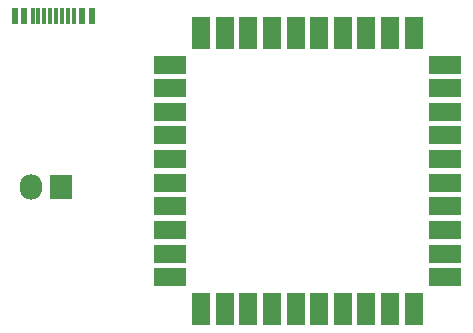
<source format=gbr>
%TF.GenerationSoftware,KiCad,Pcbnew,7.0.2-0*%
%TF.CreationDate,2024-03-15T16:03:43-04:00*%
%TF.ProjectId,75Dash_PCB,37354461-7368-45f5-9043-422e6b696361,rev?*%
%TF.SameCoordinates,Original*%
%TF.FileFunction,Paste,Top*%
%TF.FilePolarity,Positive*%
%FSLAX46Y46*%
G04 Gerber Fmt 4.6, Leading zero omitted, Abs format (unit mm)*
G04 Created by KiCad (PCBNEW 7.0.2-0) date 2024-03-15 16:03:43*
%MOMM*%
%LPD*%
G01*
G04 APERTURE LIST*
%ADD10R,0.600000X1.450000*%
%ADD11R,0.300000X1.450000*%
%ADD12R,2.800000X1.500000*%
%ADD13R,1.500000X2.800000*%
%ADD14O,1.905000X2.159000*%
%ADD15R,1.905000X2.159000*%
G04 APERTURE END LIST*
D10*
%TO.C,J1*%
X317575000Y-15951250D03*
X316775000Y-15951250D03*
D11*
X315575000Y-15951250D03*
X314575000Y-15951250D03*
X314075000Y-15951250D03*
X313075000Y-15951250D03*
D10*
X311875000Y-15951250D03*
X311075000Y-15951250D03*
X311075000Y-15951250D03*
X311875000Y-15951250D03*
D11*
X312575000Y-15951250D03*
X313575000Y-15951250D03*
X315075000Y-15951250D03*
X316075000Y-15951250D03*
D10*
X316775000Y-15951250D03*
X317575000Y-15951250D03*
%TD*%
D12*
%TO.C,U1*%
X324200000Y-20050000D03*
X324200000Y-22050000D03*
X324200000Y-24050000D03*
X324200000Y-26050000D03*
X324200000Y-28050000D03*
X324200000Y-30050000D03*
X324200000Y-32050000D03*
X324200000Y-34050000D03*
X324200000Y-36050000D03*
X324200000Y-38050000D03*
D13*
X326850000Y-40700000D03*
X328850000Y-40700000D03*
X330850000Y-40700000D03*
X332850000Y-40700000D03*
X334850000Y-40700000D03*
X336850000Y-40700000D03*
X338850000Y-40700000D03*
X340850000Y-40700000D03*
X342850000Y-40700000D03*
X344850000Y-40700000D03*
D12*
X347500000Y-38050000D03*
X347500000Y-36050000D03*
X347500000Y-34050000D03*
X347500000Y-32050000D03*
X347500000Y-30050000D03*
X347500000Y-28050000D03*
X347500000Y-26050000D03*
X347500000Y-24050000D03*
X347500000Y-22050000D03*
X347500000Y-20050000D03*
D13*
X344850000Y-17400000D03*
X342850000Y-17400000D03*
X340850000Y-17400000D03*
X338850000Y-17400000D03*
X336850000Y-17400000D03*
X334850000Y-17400000D03*
X332850000Y-17400000D03*
X330850000Y-17400000D03*
X328850000Y-17400000D03*
X326850000Y-17400000D03*
%TD*%
D14*
%TO.C,D85*%
X312480000Y-30400000D03*
D15*
X315020000Y-30400000D03*
%TD*%
M02*

</source>
